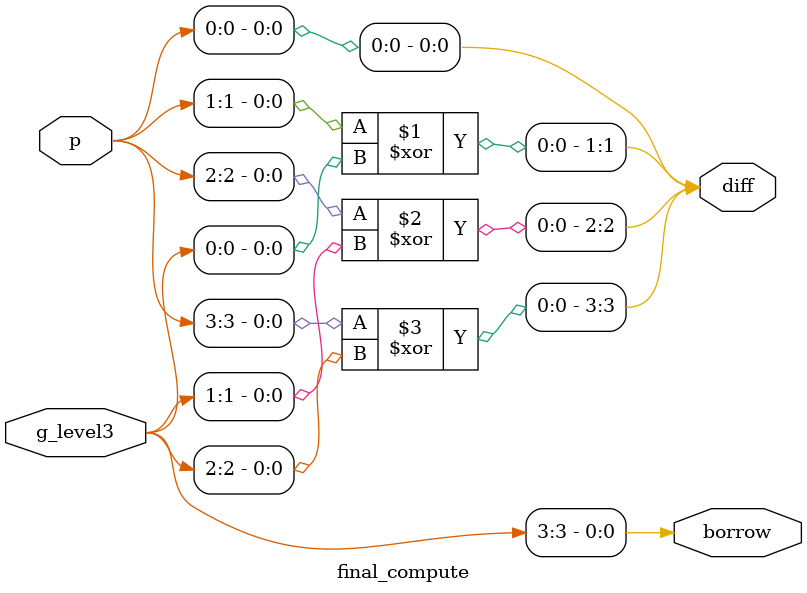
<source format=v>
module subtractor_4bit_parallel (
    input [3:0] a,
    input [3:0] b, 
    output [3:0] diff,
    output borrow
);

    // Internal signals
    wire [3:0] g, p;
    wire [3:0] g_level1, p_level1;
    wire [3:0] g_level2, p_level2;
    wire [3:0] g_level3, p_level3;

    // Instantiate submodules
    gp_generator gp_gen (
        .a(a),
        .b(b),
        .g(g),
        .p(p)
    );

    level1_compute l1_comp (
        .g(g),
        .p(p),
        .g_out(g_level1),
        .p_out(p_level1)
    );

    level2_compute l2_comp (
        .g_in(g_level1),
        .p_in(p_level1),
        .g_out(g_level2),
        .p_out(p_level2)
    );

    level3_compute l3_comp (
        .g_in(g_level2),
        .p_in(p_level2),
        .g_out(g_level3),
        .p_out(p_level3)
    );

    final_compute final_comp (
        .p(p),
        .g_level3(g_level3),
        .diff(diff),
        .borrow(borrow)
    );

endmodule

// Generate and Propagate signals generator
module gp_generator (
    input [3:0] a,
    input [3:0] b,
    output [3:0] g,
    output [3:0] p
);
    assign g = a & ~b;  // Generate
    assign p = a ^ b;   // Propagate
endmodule

// Level 1 computation
module level1_compute (
    input [3:0] g,
    input [3:0] p,
    output [3:0] g_out,
    output [3:0] p_out
);
    assign g_out[0] = g[0];
    assign p_out[0] = p[0];
    assign g_out[1] = g[1] | (p[1] & g[0]);
    assign p_out[1] = p[1] & p[0];
    assign g_out[2] = g[2] | (p[2] & g[1]);
    assign p_out[2] = p[2] & p[1];
    assign g_out[3] = g[3] | (p[3] & g[2]);
    assign p_out[3] = p[3] & p[2];
endmodule

// Level 2 computation
module level2_compute (
    input [3:0] g_in,
    input [3:0] p_in,
    output [3:0] g_out,
    output [3:0] p_out
);
    assign g_out[0] = g_in[0];
    assign p_out[0] = p_in[0];
    assign g_out[1] = g_in[1];
    assign p_out[1] = p_in[1];
    assign g_out[2] = g_in[2] | (p_in[2] & g_in[0]);
    assign p_out[2] = p_in[2] & p_in[0];
    assign g_out[3] = g_in[3] | (p_in[3] & g_in[1]);
    assign p_out[3] = p_in[3] & p_in[1];
endmodule

// Level 3 computation
module level3_compute (
    input [3:0] g_in,
    input [3:0] p_in,
    output [3:0] g_out,
    output [3:0] p_out
);
    assign g_out[0] = g_in[0];
    assign p_out[0] = p_in[0];
    assign g_out[1] = g_in[1];
    assign p_out[1] = p_in[1];
    assign g_out[2] = g_in[2];
    assign p_out[2] = p_in[2];
    assign g_out[3] = g_in[3] | (p_in[3] & g_in[0]);
    assign p_out[3] = p_in[3] & p_in[0];
endmodule

// Final computation
module final_compute (
    input [3:0] p,
    input [3:0] g_level3,
    output [3:0] diff,
    output borrow
);
    assign borrow = g_level3[3];
    assign diff[0] = p[0];
    assign diff[1] = p[1] ^ g_level3[0];
    assign diff[2] = p[2] ^ g_level3[1];
    assign diff[3] = p[3] ^ g_level3[2];
endmodule
</source>
